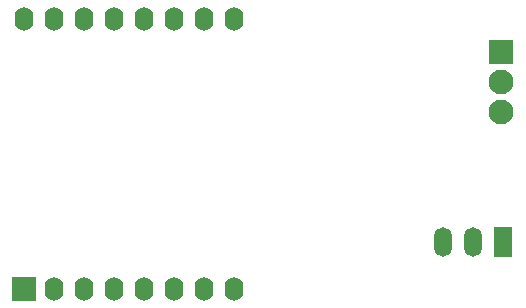
<source format=gbr>
%TF.GenerationSoftware,KiCad,Pcbnew,8.0.3*%
%TF.CreationDate,2024-09-12T16:22:09+02:00*%
%TF.ProjectId,LG-remote,4c472d72-656d-46f7-9465-2e6b69636164,rev?*%
%TF.SameCoordinates,Original*%
%TF.FileFunction,Soldermask,Bot*%
%TF.FilePolarity,Negative*%
%FSLAX46Y46*%
G04 Gerber Fmt 4.6, Leading zero omitted, Abs format (unit mm)*
G04 Created by KiCad (PCBNEW 8.0.3) date 2024-09-12 16:22:09*
%MOMM*%
%LPD*%
G01*
G04 APERTURE LIST*
%ADD10R,2.100000X2.100000*%
%ADD11C,2.100000*%
%ADD12R,1.500000X2.500000*%
%ADD13O,1.500000X2.500000*%
%ADD14R,2.000000X2.000000*%
%ADD15O,1.600000X2.000000*%
G04 APERTURE END LIST*
D10*
%TO.C,J1*%
X139446000Y-81915000D03*
D11*
X139446000Y-84455000D03*
X139446000Y-86995000D03*
%TD*%
D12*
%TO.C,U1*%
X139573000Y-98044000D03*
D13*
X137033000Y-98044000D03*
X134493000Y-98044000D03*
%TD*%
D14*
%TO.C,U3*%
X99060000Y-102004000D03*
D15*
X101600000Y-102004000D03*
X104140000Y-102004000D03*
X106680000Y-102004000D03*
X109220000Y-102004000D03*
X111760000Y-102004000D03*
X114300000Y-102004000D03*
X116840000Y-102004000D03*
X116840000Y-79144000D03*
X114300000Y-79144000D03*
X111760000Y-79144000D03*
X109220000Y-79144000D03*
X106680000Y-79144000D03*
X104140000Y-79144000D03*
X101600000Y-79144000D03*
X99060000Y-79144000D03*
%TD*%
M02*

</source>
